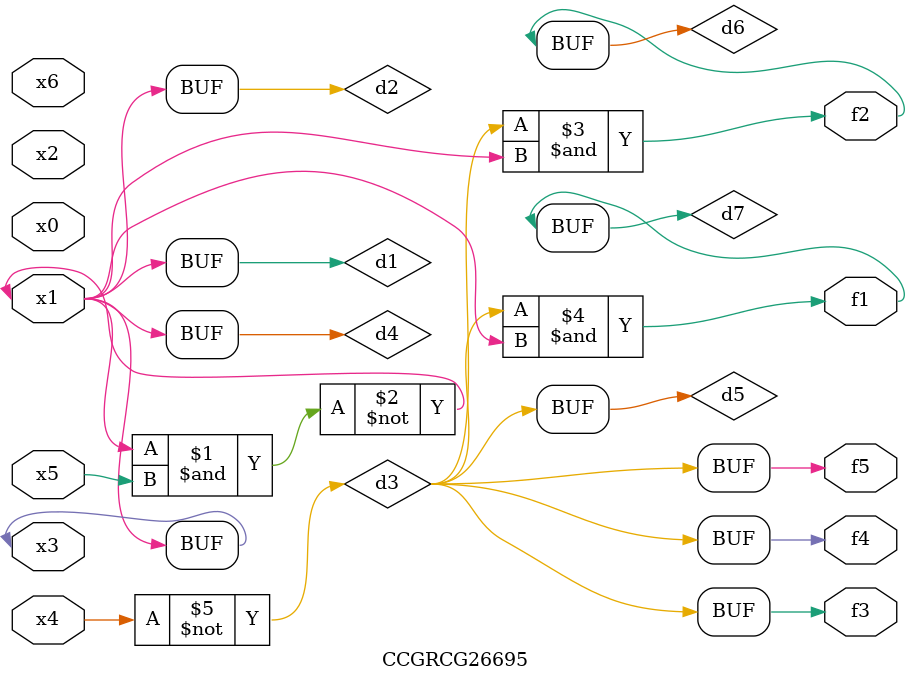
<source format=v>
module CCGRCG26695(
	input x0, x1, x2, x3, x4, x5, x6,
	output f1, f2, f3, f4, f5
);

	wire d1, d2, d3, d4, d5, d6, d7;

	buf (d1, x1, x3);
	nand (d2, x1, x5);
	not (d3, x4);
	buf (d4, d1, d2);
	buf (d5, d3);
	and (d6, d3, d4);
	and (d7, d3, d4);
	assign f1 = d7;
	assign f2 = d6;
	assign f3 = d5;
	assign f4 = d5;
	assign f5 = d5;
endmodule

</source>
